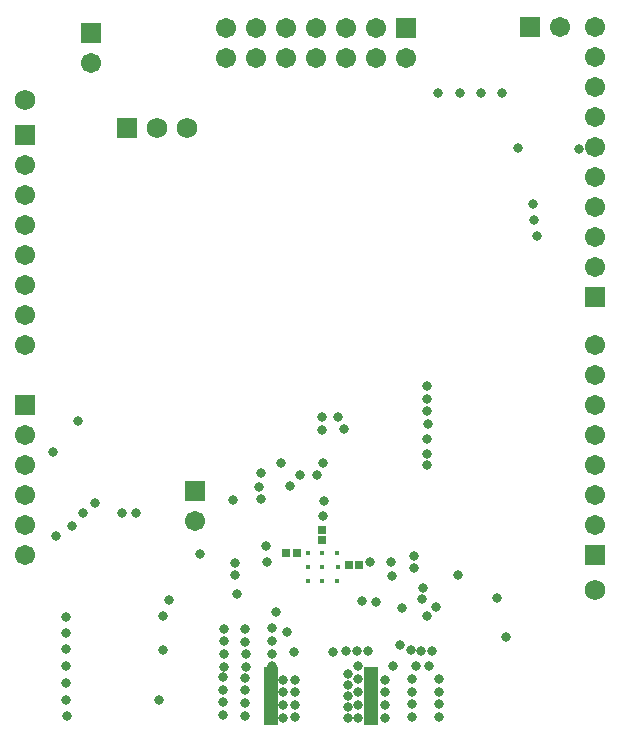
<source format=gbr>
%FSLAX44Y44*%
%MOMM*%
%SFA1B1*%

%IPPOS*%
%ADD92R,0.723199X0.723199*%
%ADD93R,0.723199X0.723199*%
%ADD105R,1.223198X4.953190*%
%ADD108R,1.703197X1.703197*%
%ADD109C,1.703197*%
%ADD110R,1.703197X1.703197*%
%ADD111C,1.753196*%
%ADD112R,1.753196X1.753196*%
%ADD113C,0.803198*%
%ADD114C,0.449999*%
%ADD123R,0.653199X0.753198*%
G54D92*
X266499Y164249D03*
Y156249D03*
G54D93*
X297499Y134999D03*
X289499D03*
G54D105*
X307749Y23749D03*
X222749D03*
G54D108*
X497599Y142999D03*
Y361399D03*
X158499Y197499D03*
X70999Y585249D03*
X14999Y269999D03*
Y498599D03*
G54D109*
X497599Y168399D03*
Y193799D03*
Y219199D03*
Y244599D03*
Y269999D03*
Y295399D03*
Y320799D03*
X467999Y589999D03*
X497599Y412199D03*
Y589999D03*
Y564599D03*
Y539199D03*
Y513799D03*
Y488399D03*
Y462999D03*
Y437599D03*
Y386799D03*
X158499Y172099D03*
X70999Y559849D03*
X14999Y244599D03*
Y219199D03*
Y193799D03*
Y168399D03*
Y142999D03*
Y473199D03*
Y447799D03*
Y422399D03*
Y396999D03*
Y371599D03*
Y346199D03*
Y320799D03*
X184999Y563999D03*
Y589399D03*
X210399Y563999D03*
Y589399D03*
X235799Y563999D03*
Y589399D03*
X261199Y563999D03*
Y589399D03*
X286599Y563999D03*
Y589399D03*
X311999Y563999D03*
Y589399D03*
X337399Y563999D03*
G54D110*
X442599Y589999D03*
X337399Y589399D03*
G54D111*
X497599Y113249D03*
X14999Y528499D03*
X126899Y504499D03*
X152299D03*
G54D112*
X101499Y504499D03*
G54D113*
X59999Y256499D03*
X38999Y229999D03*
X354999Y218999D03*
Y228999D03*
X355999Y254000D03*
X354999Y240999D03*
X364749Y533999D03*
X354999Y264999D03*
Y274999D03*
Y285999D03*
X418999Y533999D03*
X400916D03*
X382832D03*
X265999Y259999D03*
Y248999D03*
X108999Y178999D03*
X445999Y426999D03*
X447999Y412999D03*
X284999Y249999D03*
X279999Y259999D03*
X73999Y186999D03*
X63999Y178999D03*
X54999Y167999D03*
X49999Y90999D03*
Y76999D03*
X444999Y439999D03*
X49999Y63249D03*
X266999Y220999D03*
X96999Y178999D03*
X49999Y34999D03*
X483999Y486999D03*
X431999Y487999D03*
X299999Y103999D03*
X325124Y136999D03*
X261999Y210749D03*
X326249Y49499D03*
X341329Y62499D03*
X267249Y175999D03*
X231749Y220749D03*
X325749Y125499D03*
X344499Y131749D03*
X381749Y126499D03*
X213360Y200660D03*
X414749Y106999D03*
X194310Y110490D03*
X192499Y125999D03*
Y135999D03*
X219249Y150499D03*
X219999Y137249D03*
X227749Y94499D03*
X236749Y77749D03*
X286999Y62249D03*
X304999D03*
X296249D03*
X267999Y188499D03*
X242499Y61249D03*
X275999D03*
X306999Y137499D03*
X319999Y16166D03*
Y5499D03*
Y26832D03*
X342749Y16916D03*
X365499Y6249D03*
X345819Y49499D03*
X356999D03*
X201499Y17916D03*
Y7249D03*
X201249Y28582D03*
Y39249D03*
X182749Y18416D03*
Y7749D03*
X182499Y29083D03*
Y39749D03*
X183249Y59416D03*
Y48749D03*
X182999Y70082D03*
Y80749D03*
X201749Y59166D03*
Y48499D03*
X201499Y69832D03*
Y80499D03*
X223999Y59666D03*
Y48999D03*
X223749Y70332D03*
Y80999D03*
X365499Y27582D03*
X342749D03*
Y38249D03*
X365499D03*
X342749Y6249D03*
X365499Y16916D03*
X319999Y37499D03*
X49999Y20749D03*
X50249Y6999D03*
X49999Y49499D03*
X128749Y20749D03*
X40999Y159499D03*
X214630Y190500D03*
X247650Y210820D03*
X350329Y62249D03*
X359079Y61999D03*
X354999Y91249D03*
X312249Y103249D03*
X350759Y106139D03*
X334249Y97999D03*
X421999Y73749D03*
X331999Y66999D03*
X287999Y42249D03*
Y32999D03*
Y14249D03*
Y4999D03*
Y23499D03*
X297249Y4749D03*
Y15999D03*
Y26999D03*
Y38249D03*
Y49499D03*
X233499Y37499D03*
X243249Y37749D03*
Y26999D03*
X233499Y26749D03*
X233749Y16249D03*
X243499Y16499D03*
X233749Y5499D03*
X243499Y5749D03*
X214789Y212249D03*
X131749Y91249D03*
Y62999D03*
X162749Y143749D03*
X136750Y104998D03*
X344249Y141999D03*
X351749Y114999D03*
X238999Y201999D03*
X190749Y189499D03*
X362999Y99499D03*
G54D114*
X254749Y132999D03*
X266749Y144999D03*
X278749D03*
X266749Y132999D03*
X254749Y144999D03*
X279749Y132999D03*
X278749Y120999D03*
X254749D03*
X266749D03*
G54D123*
X235999Y144999D03*
X244999D03*
M02*
</source>
